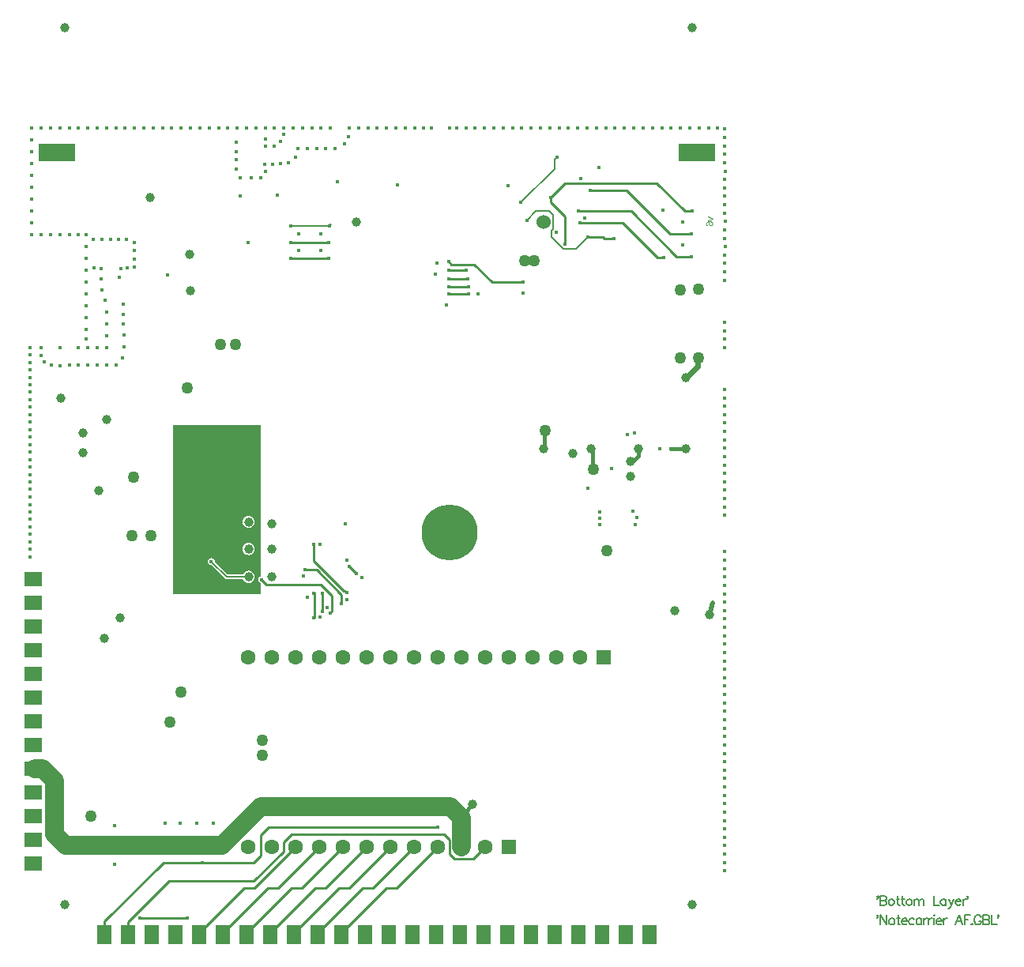
<source format=gbl>
G04*
G04 #@! TF.GenerationSoftware,Altium Limited,Altium Designer,20.2.4 (192)*
G04*
G04 Layer_Physical_Order=4*
G04 Layer_Color=16711680*
%FSLAX25Y25*%
%MOIN*%
G70*
G04*
G04 #@! TF.SameCoordinates,7296403A-AE54-4680-90C6-F2F837FCC291*
G04*
G04*
G04 #@! TF.FilePolarity,Positive*
G04*
G01*
G75*
%ADD10C,0.00787*%
%ADD11C,0.00591*%
%ADD39C,0.03937*%
%ADD128C,0.01968*%
%ADD131C,0.00984*%
%ADD132C,0.01968*%
%ADD133C,0.01575*%
%ADD135C,0.02362*%
%ADD136C,0.07874*%
%ADD146C,0.06299*%
%ADD147R,0.06299X0.06299*%
%ADD148C,0.06000*%
%ADD150C,0.23622*%
%ADD151R,0.07677X0.06299*%
%ADD152R,0.06299X0.07874*%
%ADD153C,0.01772*%
%ADD154C,0.05000*%
%ADD169C,0.01181*%
%ADD170C,0.00276*%
%ADD171R,0.15748X0.07638*%
G36*
X100347Y156160D02*
X99899Y155861D01*
X99572Y155373D01*
X99458Y154797D01*
X99572Y154221D01*
X99899Y153732D01*
X100347Y153433D01*
Y148622D01*
X63339D01*
Y220079D01*
X100347D01*
Y156160D01*
D02*
G37*
%LPC*%
G36*
X95351Y181715D02*
X94683Y181627D01*
X94060Y181369D01*
X93526Y180959D01*
X93116Y180424D01*
X92858Y179802D01*
X92770Y179134D01*
X92858Y178466D01*
X93116Y177843D01*
X93526Y177309D01*
X94060Y176899D01*
X94683Y176641D01*
X95351Y176553D01*
X96019Y176641D01*
X96642Y176899D01*
X97176Y177309D01*
X97586Y177843D01*
X97844Y178466D01*
X97932Y179134D01*
X97844Y179802D01*
X97586Y180424D01*
X97176Y180959D01*
X96642Y181369D01*
X96019Y181627D01*
X95351Y181715D01*
D02*
G37*
G36*
Y170285D02*
X94683Y170197D01*
X94060Y169939D01*
X93526Y169529D01*
X93116Y168994D01*
X92858Y168372D01*
X92770Y167704D01*
X92858Y167036D01*
X93116Y166413D01*
X93526Y165879D01*
X94060Y165469D01*
X94683Y165211D01*
X95351Y165123D01*
X96019Y165211D01*
X96642Y165469D01*
X97176Y165879D01*
X97586Y166413D01*
X97844Y167036D01*
X97932Y167704D01*
X97844Y168372D01*
X97586Y168994D01*
X97176Y169529D01*
X96642Y169939D01*
X96019Y170197D01*
X95351Y170285D01*
D02*
G37*
G36*
X79646Y163946D02*
X79070Y163832D01*
X78581Y163505D01*
X78255Y163017D01*
X78140Y162441D01*
X78255Y161865D01*
X78581Y161377D01*
X79070Y161050D01*
X79646Y160936D01*
X79836Y160974D01*
X85500Y155309D01*
X85793Y155113D01*
X86139Y155045D01*
X92955D01*
X93116Y154657D01*
X93526Y154123D01*
X94060Y153713D01*
X94683Y153455D01*
X95351Y153367D01*
X96019Y153455D01*
X96642Y153713D01*
X97176Y154123D01*
X97586Y154657D01*
X97844Y155280D01*
X97932Y155948D01*
X97844Y156616D01*
X97586Y157238D01*
X97176Y157773D01*
X96642Y158183D01*
X96019Y158441D01*
X95351Y158529D01*
X94683Y158441D01*
X94060Y158183D01*
X93526Y157773D01*
X93116Y157238D01*
X92955Y156851D01*
X86513D01*
X81113Y162251D01*
X81151Y162441D01*
X81036Y163017D01*
X80710Y163505D01*
X80222Y163832D01*
X79646Y163946D01*
D02*
G37*
%LPD*%
D10*
X233477Y294390D02*
X238481Y299393D01*
X113189Y303982D02*
X129528D01*
Y304724D01*
X210132Y313866D02*
X224403Y328137D01*
Y332074D02*
X225434Y333106D01*
X224403Y328137D02*
Y332074D01*
X216564Y310204D02*
X222239D01*
X223812Y302787D02*
Y308630D01*
X222239Y310204D02*
X223812Y308630D01*
X223145Y299254D02*
Y302120D01*
Y299254D02*
X228009Y294390D01*
X233477D01*
X223145Y302120D02*
X223812Y302787D01*
X212813Y306453D02*
X216564Y310204D01*
X129528Y304724D02*
X130270D01*
D11*
X86139Y155948D02*
X95351D01*
X79646Y162441D02*
X86139Y155948D01*
X360817Y20917D02*
X360630Y21104D01*
X360817Y21292D01*
X361005Y21104D01*
Y20729D01*
X360817Y20354D01*
X360630Y20167D01*
X361867Y21292D02*
Y17355D01*
Y21292D02*
X363554D01*
X364116Y21104D01*
X364304Y20917D01*
X364491Y20542D01*
Y20167D01*
X364304Y19792D01*
X364116Y19605D01*
X363554Y19417D01*
X361867D02*
X363554D01*
X364116Y19230D01*
X364304Y19042D01*
X364491Y18667D01*
Y18105D01*
X364304Y17730D01*
X364116Y17543D01*
X363554Y17355D01*
X361867D01*
X366309Y19979D02*
X365934Y19792D01*
X365560Y19417D01*
X365372Y18855D01*
Y18480D01*
X365560Y17918D01*
X365934Y17543D01*
X366309Y17355D01*
X366872D01*
X367246Y17543D01*
X367621Y17918D01*
X367809Y18480D01*
Y18855D01*
X367621Y19417D01*
X367246Y19792D01*
X366872Y19979D01*
X366309D01*
X369233Y21292D02*
Y18105D01*
X369421Y17543D01*
X369796Y17355D01*
X370170D01*
X368671Y19979D02*
X369983D01*
X371295Y21292D02*
Y18105D01*
X371482Y17543D01*
X371857Y17355D01*
X372232D01*
X370733Y19979D02*
X372045D01*
X373732D02*
X373357Y19792D01*
X372982Y19417D01*
X372795Y18855D01*
Y18480D01*
X372982Y17918D01*
X373357Y17543D01*
X373732Y17355D01*
X374294D01*
X374669Y17543D01*
X375044Y17918D01*
X375231Y18480D01*
Y18855D01*
X375044Y19417D01*
X374669Y19792D01*
X374294Y19979D01*
X373732D01*
X376093D02*
Y17355D01*
Y19230D02*
X376656Y19792D01*
X377031Y19979D01*
X377593D01*
X377968Y19792D01*
X378155Y19230D01*
Y17355D01*
Y19230D02*
X378717Y19792D01*
X379092Y19979D01*
X379655D01*
X380030Y19792D01*
X380217Y19230D01*
Y17355D01*
X384547Y21292D02*
Y17355D01*
X386796D01*
X389476Y19979D02*
Y17355D01*
Y19417D02*
X389102Y19792D01*
X388727Y19979D01*
X388164D01*
X387789Y19792D01*
X387415Y19417D01*
X387227Y18855D01*
Y18480D01*
X387415Y17918D01*
X387789Y17543D01*
X388164Y17355D01*
X388727D01*
X389102Y17543D01*
X389476Y17918D01*
X390714Y19979D02*
X391838Y17355D01*
X392963Y19979D02*
X391838Y17355D01*
X391463Y16606D01*
X391088Y16231D01*
X390714Y16043D01*
X390526D01*
X393619Y18855D02*
X395868D01*
Y19230D01*
X395680Y19605D01*
X395493Y19792D01*
X395118Y19979D01*
X394556D01*
X394181Y19792D01*
X393806Y19417D01*
X393619Y18855D01*
Y18480D01*
X393806Y17918D01*
X394181Y17543D01*
X394556Y17355D01*
X395118D01*
X395493Y17543D01*
X395868Y17918D01*
X396711Y19979D02*
Y17355D01*
Y18855D02*
X396899Y19417D01*
X397274Y19792D01*
X397649Y19979D01*
X398211D01*
X398755Y20917D02*
X398567Y21104D01*
X398755Y21292D01*
X398942Y21104D01*
Y20729D01*
X398755Y20354D01*
X398567Y20167D01*
X360719Y12813D02*
X360531Y13001D01*
X360719Y13188D01*
X360906Y13001D01*
Y12626D01*
X360719Y12251D01*
X360531Y12064D01*
X361769Y13188D02*
Y9252D01*
Y13188D02*
X364393Y9252D01*
Y13188D02*
Y9252D01*
X366417Y11876D02*
X366042Y11689D01*
X365667Y11314D01*
X365480Y10751D01*
Y10377D01*
X365667Y9814D01*
X366042Y9439D01*
X366417Y9252D01*
X366979D01*
X367354Y9439D01*
X367729Y9814D01*
X367916Y10377D01*
Y10751D01*
X367729Y11314D01*
X367354Y11689D01*
X366979Y11876D01*
X366417D01*
X369341Y13188D02*
Y10002D01*
X369529Y9439D01*
X369903Y9252D01*
X370278D01*
X368779Y11876D02*
X370091D01*
X370841Y10751D02*
X373090D01*
Y11126D01*
X372902Y11501D01*
X372715Y11689D01*
X372340Y11876D01*
X371778D01*
X371403Y11689D01*
X371028Y11314D01*
X370841Y10751D01*
Y10377D01*
X371028Y9814D01*
X371403Y9439D01*
X371778Y9252D01*
X372340D01*
X372715Y9439D01*
X373090Y9814D01*
X376182Y11314D02*
X375808Y11689D01*
X375433Y11876D01*
X374870D01*
X374496Y11689D01*
X374121Y11314D01*
X373933Y10751D01*
Y10377D01*
X374121Y9814D01*
X374496Y9439D01*
X374870Y9252D01*
X375433D01*
X375808Y9439D01*
X376182Y9814D01*
X379275Y11876D02*
Y9252D01*
Y11314D02*
X378900Y11689D01*
X378525Y11876D01*
X377963D01*
X377588Y11689D01*
X377213Y11314D01*
X377026Y10751D01*
Y10377D01*
X377213Y9814D01*
X377588Y9439D01*
X377963Y9252D01*
X378525D01*
X378900Y9439D01*
X379275Y9814D01*
X380325Y11876D02*
Y9252D01*
Y10751D02*
X380512Y11314D01*
X380887Y11689D01*
X381262Y11876D01*
X381824D01*
X382180D02*
Y9252D01*
Y10751D02*
X382368Y11314D01*
X382743Y11689D01*
X383118Y11876D01*
X383680D01*
X384411Y13188D02*
X384598Y13001D01*
X384786Y13188D01*
X384598Y13376D01*
X384411Y13188D01*
X384598Y11876D02*
Y9252D01*
X385479Y10751D02*
X387729D01*
Y11126D01*
X387541Y11501D01*
X387354Y11689D01*
X386979Y11876D01*
X386417D01*
X386042Y11689D01*
X385667Y11314D01*
X385479Y10751D01*
Y10377D01*
X385667Y9814D01*
X386042Y9439D01*
X386417Y9252D01*
X386979D01*
X387354Y9439D01*
X387729Y9814D01*
X388572Y11876D02*
Y9252D01*
Y10751D02*
X388759Y11314D01*
X389134Y11689D01*
X389509Y11876D01*
X390072D01*
X396519Y9252D02*
X395020Y13188D01*
X393520Y9252D01*
X394083Y10564D02*
X395957D01*
X397438Y13188D02*
Y9252D01*
Y13188D02*
X399874D01*
X397438Y11314D02*
X398937D01*
X400512Y9627D02*
X400324Y9439D01*
X400512Y9252D01*
X400699Y9439D01*
X400512Y9627D01*
X404373Y12251D02*
X404185Y12626D01*
X403811Y13001D01*
X403436Y13188D01*
X402686D01*
X402311Y13001D01*
X401936Y12626D01*
X401749Y12251D01*
X401561Y11689D01*
Y10751D01*
X401749Y10189D01*
X401936Y9814D01*
X402311Y9439D01*
X402686Y9252D01*
X403436D01*
X403811Y9439D01*
X404185Y9814D01*
X404373Y10189D01*
Y10751D01*
X403436D02*
X404373D01*
X405273Y13188D02*
Y9252D01*
Y13188D02*
X406959D01*
X407522Y13001D01*
X407709Y12813D01*
X407897Y12438D01*
Y12064D01*
X407709Y11689D01*
X407522Y11501D01*
X406959Y11314D01*
X405273D02*
X406959D01*
X407522Y11126D01*
X407709Y10939D01*
X407897Y10564D01*
Y10002D01*
X407709Y9627D01*
X407522Y9439D01*
X406959Y9252D01*
X405273D01*
X408778Y13188D02*
Y9252D01*
X411027D01*
X411645Y12813D02*
X411458Y13001D01*
X411645Y13188D01*
X411833Y13001D01*
Y12626D01*
X411645Y12251D01*
X411458Y12064D01*
D39*
X190000Y60000D02*
D03*
X220000Y210000D02*
D03*
X240000D02*
D03*
X290000Y140000D02*
D03*
X280000Y240000D02*
D03*
Y210000D02*
D03*
X260000D02*
D03*
X140938Y305731D02*
D03*
X17717Y387795D02*
D03*
X282480D02*
D03*
Y17717D02*
D03*
X17717D02*
D03*
X95351Y155948D02*
D03*
X32173Y192183D02*
D03*
X70499Y292121D02*
D03*
X70687Y276640D02*
D03*
X105127Y155948D02*
D03*
X105315Y167704D02*
D03*
Y178493D02*
D03*
X95351Y179134D02*
D03*
X35633Y222399D02*
D03*
X95351Y167704D02*
D03*
X41064Y138514D02*
D03*
X256496Y204528D02*
D03*
X256398Y198228D02*
D03*
X34626Y129984D02*
D03*
X275236Y141732D02*
D03*
X25648Y216572D02*
D03*
Y208357D02*
D03*
X232283Y208032D02*
D03*
X16142Y231496D02*
D03*
X53937Y316142D02*
D03*
D128*
X81102Y181102D02*
D03*
Y179134D02*
D03*
Y177165D02*
D03*
Y175197D02*
D03*
Y173228D02*
D03*
X79134Y179134D02*
D03*
Y181102D02*
D03*
X77165Y175197D02*
D03*
Y173228D02*
D03*
X79134Y177165D02*
D03*
Y175197D02*
D03*
Y173228D02*
D03*
X77165Y181102D02*
D03*
Y179134D02*
D03*
Y177165D02*
D03*
D131*
X123031Y138779D02*
Y148927D01*
X125823Y152798D02*
X130650Y147971D01*
X102962Y152798D02*
X125823D01*
X75787Y35433D02*
X97441D01*
X59547D02*
X75787D01*
X34626Y10512D02*
X59547Y35433D01*
X97441D02*
X100394Y38386D01*
Y46867D01*
X103723Y50197D01*
X177979Y47244D02*
X180073Y45150D01*
X113559Y47244D02*
X177979D01*
X103723Y50197D02*
X175236D01*
X110236Y43921D02*
X113559Y47244D01*
X61772Y27559D02*
X97652D01*
X110236Y40143D01*
Y43921D01*
X180073Y39014D02*
Y45150D01*
X182107Y36980D02*
X190217D01*
X180073Y39014D02*
X182107Y36980D01*
X44626Y10413D02*
X61772Y27559D01*
X93522Y24684D02*
X97920D01*
X74626Y5787D02*
X93522Y24684D01*
X44626Y5000D02*
Y10413D01*
X190217Y36980D02*
X195236Y42000D01*
X100963Y154797D02*
X102962Y152798D01*
X105236Y40750D02*
X105526D01*
X137899Y160450D02*
X140945Y157404D01*
X137702Y160450D02*
X137899D01*
X105526Y40750D02*
Y40920D01*
X117920Y24684D02*
X135236Y42000D01*
X94626Y5000D02*
Y5787D01*
X113522Y24684D01*
X117920D01*
X84626Y5000D02*
Y5787D01*
X103522Y24684D01*
X107920D01*
X125236Y42000D01*
X74626Y5000D02*
Y5787D01*
X97920Y24684D02*
X115236Y42000D01*
X134626Y5787D02*
X153522Y24684D01*
X157920D01*
X175236Y42000D01*
X134626Y5000D02*
Y5787D01*
X124626D02*
X143522Y24684D01*
X147920D01*
X165236Y42000D01*
X124626Y5000D02*
Y5787D01*
X114626Y5000D02*
Y5787D01*
X133522Y24684D01*
X137920D01*
X155236Y42000D01*
X123522Y24684D02*
X127920D01*
X104626Y5000D02*
Y5787D01*
X123522Y24684D01*
X127920D02*
X145236Y42000D01*
X34626Y5000D02*
Y10512D01*
X134656Y144542D02*
Y148355D01*
X124042Y158969D02*
X134656Y148355D01*
X119112Y158969D02*
X124042D01*
X135433Y150084D02*
X136047D01*
X122845Y162672D02*
Y169518D01*
X136661Y149470D02*
X136821D01*
X136047Y150084D02*
X136661Y149470D01*
X122845Y162672D02*
X135433Y150084D01*
X122845Y169518D02*
X122942Y169615D01*
X130650Y141626D02*
Y147971D01*
X129823Y140799D02*
X130650Y141626D01*
X129823Y140639D02*
Y140799D01*
X122937Y138685D02*
X123031Y138779D01*
X126516Y141348D02*
X126585Y141279D01*
X126516Y149044D02*
X126585Y149113D01*
X126516Y141348D02*
Y149044D01*
X49649Y12000D02*
X69665D01*
X222973Y316072D02*
X222980D01*
X228956Y322048D02*
X267658D01*
X222980Y316072D02*
X228956Y322048D01*
X267913Y290724D02*
X270592D01*
X235252Y305400D02*
X253238D01*
X267913Y290724D01*
X234572Y310189D02*
X256797D01*
X275868Y291118D01*
X282328D01*
X254763Y319056D02*
X273095Y300724D01*
X282172D02*
X282172Y300724D01*
X273095Y300724D02*
X282172D01*
X239365Y319056D02*
X254763D01*
X235204Y305449D02*
X235252Y305400D01*
X238481Y299393D02*
X244745D01*
X245579Y298559D01*
X267658Y322048D02*
X279375Y310331D01*
X282574D01*
X245579Y298559D02*
X249639D01*
X179766Y281681D02*
X187799D01*
X179718Y281633D02*
X179766Y281681D01*
X180982Y287648D02*
X190660D01*
X179715Y288914D02*
X180982Y287648D01*
X190660D02*
X198095Y280213D01*
X179718Y275319D02*
X179729Y275331D01*
X188147D02*
X188159Y275343D01*
X179729Y275331D02*
X188147D01*
X198095Y280213D02*
X211174D01*
X179678Y285188D02*
X187238D01*
X179718Y278469D02*
X188245D01*
X228784Y296260D02*
Y308052D01*
X222973Y313863D02*
Y316072D01*
Y313863D02*
X228784Y308052D01*
X113189Y290354D02*
X129277D01*
X113189Y296873D02*
X129277D01*
X113189Y296873D02*
X113189Y296873D01*
D132*
X290000Y140000D02*
X291071Y145176D01*
D133*
X186024Y56024D02*
X190000Y60000D01*
X185236Y46850D02*
X186024Y47638D01*
Y56024D01*
X256496Y204528D02*
X257382D01*
X260000Y207146D01*
Y210000D01*
X273491D02*
X280000D01*
X220236Y217284D02*
X220472Y217520D01*
X220000Y210000D02*
X220236Y210236D01*
Y217284D01*
X240452Y201913D02*
Y209548D01*
Y201913D02*
X240969Y201396D01*
X240000Y210000D02*
X240452Y209548D01*
D135*
X284732Y247730D02*
X285236Y248235D01*
X284732Y244731D02*
Y247730D01*
X280000Y240000D02*
X284732Y244731D01*
D136*
X18097Y42685D02*
X84147D01*
X100517Y59055D01*
X180511D01*
X185236Y54330D01*
Y42000D02*
Y54330D01*
X13484Y47297D02*
X18097Y42685D01*
X8509Y75000D02*
X13484Y70025D01*
Y47297D02*
Y70025D01*
X5020Y75000D02*
X8509D01*
D146*
X165236Y122000D02*
D03*
X175236D02*
D03*
X185236D02*
D03*
X195236D02*
D03*
X205236D02*
D03*
X215236D02*
D03*
X225236D02*
D03*
X235236D02*
D03*
X155236D02*
D03*
X145236D02*
D03*
X135236D02*
D03*
X125236D02*
D03*
X115236D02*
D03*
X105236D02*
D03*
X95236D02*
D03*
Y42000D02*
D03*
X105236D02*
D03*
X115236D02*
D03*
X195236D02*
D03*
X185236D02*
D03*
X175236D02*
D03*
X165236D02*
D03*
X155236D02*
D03*
X145236D02*
D03*
X135236D02*
D03*
X125236D02*
D03*
D147*
X245236Y122000D02*
D03*
X205236Y42000D02*
D03*
D148*
X219678Y305731D02*
D03*
D150*
X180308Y174826D02*
D03*
D151*
X4626Y145000D02*
D03*
Y155000D02*
D03*
Y135000D02*
D03*
Y75000D02*
D03*
Y65000D02*
D03*
Y35000D02*
D03*
Y45000D02*
D03*
Y55000D02*
D03*
Y125000D02*
D03*
Y115000D02*
D03*
Y95000D02*
D03*
Y85000D02*
D03*
Y105000D02*
D03*
D152*
X264626Y5000D02*
D03*
X254626D02*
D03*
X244626D02*
D03*
X234626D02*
D03*
X224626D02*
D03*
X144626D02*
D03*
X154626D02*
D03*
X164626D02*
D03*
X174626D02*
D03*
X184626D02*
D03*
X194626D02*
D03*
X204626D02*
D03*
X214626D02*
D03*
X64626D02*
D03*
X54626D02*
D03*
X34626D02*
D03*
X44626D02*
D03*
X134626D02*
D03*
X104626D02*
D03*
X94626D02*
D03*
X84626D02*
D03*
X74626D02*
D03*
X114626D02*
D03*
X124626D02*
D03*
D153*
X122845Y149113D02*
D03*
X248464Y201633D02*
D03*
X296260Y35433D02*
D03*
Y31890D02*
D03*
Y42520D02*
D03*
Y49606D02*
D03*
Y46063D02*
D03*
Y113386D02*
D03*
Y120472D02*
D03*
Y116929D02*
D03*
X75787Y35433D02*
D03*
X175236Y50197D02*
D03*
X73583Y52165D02*
D03*
X38803Y50937D02*
D03*
X100963Y154797D02*
D03*
X140945Y157404D02*
D03*
X137702Y160450D02*
D03*
X134656Y144542D02*
D03*
X119112Y158969D02*
D03*
X136821Y149470D02*
D03*
X122942Y169615D02*
D03*
X129823Y140639D02*
D03*
X66929Y185335D02*
D03*
X259274Y181008D02*
D03*
X132924Y322632D02*
D03*
X79646Y162441D02*
D03*
X88651Y185078D02*
D03*
X81123Y164957D02*
D03*
X77294D02*
D03*
X81850Y187270D02*
D03*
X77836Y189349D02*
D03*
X80433Y189370D02*
D03*
X79134Y187270D02*
D03*
X76417Y187346D02*
D03*
X81850Y167215D02*
D03*
X79134D02*
D03*
X76417D02*
D03*
X122937Y138685D02*
D03*
X120324Y147222D02*
D03*
X125347Y139063D02*
D03*
X268701Y210000D02*
D03*
X118587Y156377D02*
D03*
X126585Y141279D02*
D03*
X128657Y142845D02*
D03*
X136034Y178493D02*
D03*
X126585Y149113D02*
D03*
X136821Y146372D02*
D03*
X125408Y169588D02*
D03*
X258032Y216636D02*
D03*
X69665Y12000D02*
D03*
X49649D02*
D03*
X273491Y210000D02*
D03*
X296260Y81496D02*
D03*
Y85039D02*
D03*
Y77953D02*
D03*
X3179Y186502D02*
D03*
Y189651D02*
D03*
Y195950D02*
D03*
Y170754D02*
D03*
Y173903D02*
D03*
Y177053D02*
D03*
Y180202D02*
D03*
Y183352D02*
D03*
X3164Y205455D02*
D03*
Y208605D02*
D03*
Y211755D02*
D03*
Y214904D02*
D03*
Y192857D02*
D03*
Y199156D02*
D03*
Y202306D02*
D03*
X3179Y164454D02*
D03*
Y167604D02*
D03*
X60166Y52165D02*
D03*
X38803Y34835D02*
D03*
X293307Y345295D02*
D03*
X285433D02*
D03*
X281496D02*
D03*
X277559D02*
D03*
X273622D02*
D03*
X289370D02*
D03*
X253937D02*
D03*
X250000D02*
D03*
X246063D02*
D03*
X242126D02*
D03*
X269685D02*
D03*
X265748D02*
D03*
X261811D02*
D03*
X257874D02*
D03*
X296260Y334252D02*
D03*
Y341338D02*
D03*
Y337795D02*
D03*
Y344882D02*
D03*
Y284646D02*
D03*
Y291732D02*
D03*
Y288189D02*
D03*
Y298819D02*
D03*
X296654Y305906D02*
D03*
Y295276D02*
D03*
X296260Y302362D02*
D03*
Y312992D02*
D03*
Y309449D02*
D03*
X296654Y327165D02*
D03*
X296260Y330709D02*
D03*
Y320079D02*
D03*
Y323622D02*
D03*
Y316535D02*
D03*
Y235039D02*
D03*
Y256299D02*
D03*
Y252756D02*
D03*
Y263386D02*
D03*
Y259842D02*
D03*
Y281102D02*
D03*
X238481Y299393D02*
D03*
X270592Y290724D02*
D03*
X278582Y295921D02*
D03*
X237140Y307467D02*
D03*
X270087Y310763D02*
D03*
X278633Y305532D02*
D03*
X282574Y310331D02*
D03*
X282328Y291118D02*
D03*
X249639Y298559D02*
D03*
X282172Y300724D02*
D03*
X129528Y303982D02*
D03*
X113189D02*
D03*
X125880Y300810D02*
D03*
X204697Y320854D02*
D03*
X210132Y313866D02*
D03*
X143096Y155750D02*
D03*
X187799Y281681D02*
D03*
X179715Y288914D02*
D03*
X174838Y288209D02*
D03*
X136872Y162852D02*
D03*
X7874Y345295D02*
D03*
X3937D02*
D03*
X3937Y340295D02*
D03*
X258576Y177996D02*
D03*
X225015Y301346D02*
D03*
X296260Y217323D02*
D03*
Y224409D02*
D03*
Y220866D02*
D03*
Y231496D02*
D03*
Y227953D02*
D03*
Y38976D02*
D03*
Y56693D02*
D03*
Y53150D02*
D03*
Y63779D02*
D03*
Y67323D02*
D03*
Y60236D02*
D03*
Y74409D02*
D03*
Y70866D02*
D03*
Y88583D02*
D03*
Y95669D02*
D03*
Y99213D02*
D03*
Y92126D02*
D03*
Y106299D02*
D03*
Y102756D02*
D03*
Y109843D02*
D03*
Y127559D02*
D03*
Y131102D02*
D03*
Y124016D02*
D03*
X255228Y216059D02*
D03*
X80534Y52137D02*
D03*
X116431Y300810D02*
D03*
X116535Y293723D02*
D03*
X125984D02*
D03*
X239365Y319056D02*
D03*
X234572Y310189D02*
D03*
X178682Y270669D02*
D03*
X211174Y275590D02*
D03*
X192119Y275319D02*
D03*
X174059Y283689D02*
D03*
X188159Y275343D02*
D03*
X211174Y280213D02*
D03*
X179678Y285188D02*
D03*
X179718Y281633D02*
D03*
Y278469D02*
D03*
Y275319D02*
D03*
X188245Y278469D02*
D03*
X187238Y285188D02*
D03*
X235579Y324115D02*
D03*
X228784Y296260D02*
D03*
X107510Y316981D02*
D03*
X129277Y290354D02*
D03*
X113189D02*
D03*
X129277Y296873D02*
D03*
X113189Y296873D02*
D03*
X91959Y316558D02*
D03*
X66387Y52165D02*
D03*
X61024Y283455D02*
D03*
X235204Y305449D02*
D03*
X225434Y333106D02*
D03*
X95272Y296873D02*
D03*
X234252Y345295D02*
D03*
X180118D02*
D03*
X129921D02*
D03*
X82677D02*
D03*
X78740D02*
D03*
X296260Y210236D02*
D03*
Y213779D02*
D03*
Y203150D02*
D03*
Y196063D02*
D03*
Y155905D02*
D03*
Y162992D02*
D03*
X291071Y145176D02*
D03*
X243504Y180709D02*
D03*
X296260Y206693D02*
D03*
Y199606D02*
D03*
Y188976D02*
D03*
Y192520D02*
D03*
Y181890D02*
D03*
Y185433D02*
D03*
Y166535D02*
D03*
Y159449D02*
D03*
Y148819D02*
D03*
Y152362D02*
D03*
Y141732D02*
D03*
Y145276D02*
D03*
Y134646D02*
D03*
Y138189D02*
D03*
X257577Y183739D02*
D03*
X238386Y193307D02*
D03*
X243504Y183465D02*
D03*
Y177953D02*
D03*
X206693Y345295D02*
D03*
X210630D02*
D03*
X212813Y306453D02*
D03*
X214567Y345295D02*
D03*
X218504D02*
D03*
X222973Y316072D02*
D03*
X222441Y345295D02*
D03*
X226378D02*
D03*
X230315D02*
D03*
X238189D02*
D03*
X243110Y328760D02*
D03*
X3135Y252812D02*
D03*
X3150Y237008D02*
D03*
Y233858D02*
D03*
Y230709D02*
D03*
Y227559D02*
D03*
Y224409D02*
D03*
Y221260D02*
D03*
Y218110D02*
D03*
Y249606D02*
D03*
Y246457D02*
D03*
Y243307D02*
D03*
Y240158D02*
D03*
X3937Y335295D02*
D03*
Y330295D02*
D03*
Y325295D02*
D03*
Y320295D02*
D03*
Y315295D02*
D03*
Y310295D02*
D03*
Y305295D02*
D03*
Y300295D02*
D03*
X7777Y249458D02*
D03*
X7874Y300295D02*
D03*
Y252795D02*
D03*
X9213Y246740D02*
D03*
X11811Y345295D02*
D03*
Y300295D02*
D03*
X12308Y245281D02*
D03*
X15748Y345295D02*
D03*
Y300295D02*
D03*
Y252795D02*
D03*
X15976Y245126D02*
D03*
X19685Y345295D02*
D03*
Y300295D02*
D03*
Y245295D02*
D03*
X23622Y345295D02*
D03*
Y300295D02*
D03*
Y252795D02*
D03*
Y245295D02*
D03*
X26852Y300207D02*
D03*
Y295207D02*
D03*
Y290207D02*
D03*
Y285207D02*
D03*
Y280207D02*
D03*
Y275207D02*
D03*
Y270207D02*
D03*
Y265207D02*
D03*
Y260207D02*
D03*
X26861Y256243D02*
D03*
X27559Y345295D02*
D03*
Y252795D02*
D03*
Y245295D02*
D03*
X29921Y298425D02*
D03*
X30315Y286221D02*
D03*
X31496Y345295D02*
D03*
Y252795D02*
D03*
Y245295D02*
D03*
X33282Y286170D02*
D03*
Y281616D02*
D03*
X33465Y298425D02*
D03*
X33548Y277152D02*
D03*
X34874Y272688D02*
D03*
X35433Y345295D02*
D03*
Y267795D02*
D03*
Y262795D02*
D03*
Y257795D02*
D03*
Y252795D02*
D03*
Y245295D02*
D03*
X37008Y298425D02*
D03*
X39370Y345295D02*
D03*
Y245295D02*
D03*
X40551Y298425D02*
D03*
X40806Y282302D02*
D03*
X41460Y286170D02*
D03*
X42298Y248397D02*
D03*
X42608Y270985D02*
D03*
Y266764D02*
D03*
X42652Y262742D02*
D03*
X42718Y257857D02*
D03*
X42785Y253061D02*
D03*
X43307Y345295D02*
D03*
X43701Y298425D02*
D03*
X44094Y286221D02*
D03*
X47230Y286656D02*
D03*
X47244Y345295D02*
D03*
Y296850D02*
D03*
Y293701D02*
D03*
Y290158D02*
D03*
X51181Y345295D02*
D03*
X55118D02*
D03*
X59055D02*
D03*
X62992D02*
D03*
X66929D02*
D03*
X70866D02*
D03*
X74803D02*
D03*
X86614D02*
D03*
X90158Y339370D02*
D03*
Y335433D02*
D03*
Y331890D02*
D03*
Y327953D02*
D03*
X91732Y324409D02*
D03*
X90551Y345295D02*
D03*
X94488D02*
D03*
X96457Y324409D02*
D03*
X98425Y345295D02*
D03*
X100394Y324409D02*
D03*
X102299Y330105D02*
D03*
X102362Y340551D02*
D03*
Y337795D02*
D03*
Y327165D02*
D03*
X102362Y345295D02*
D03*
X105548Y330017D02*
D03*
X106299Y337795D02*
D03*
X106299Y345295D02*
D03*
X108885Y339697D02*
D03*
X108952Y330194D02*
D03*
X110236Y342795D02*
D03*
Y345295D02*
D03*
X112205Y330709D02*
D03*
X115117Y333133D02*
D03*
X114173Y345295D02*
D03*
X116142Y336614D02*
D03*
X118110Y345295D02*
D03*
X120079Y336614D02*
D03*
X122047Y345295D02*
D03*
X124016Y336614D02*
D03*
X125984Y345295D02*
D03*
X127953Y336614D02*
D03*
X131890D02*
D03*
X135827Y338583D02*
D03*
X137462Y341731D02*
D03*
X137795Y345295D02*
D03*
X141732D02*
D03*
X145669D02*
D03*
X149606D02*
D03*
X153543D02*
D03*
X157480D02*
D03*
X158299Y321391D02*
D03*
X161417Y345295D02*
D03*
X165354D02*
D03*
X169291D02*
D03*
X172483Y345331D02*
D03*
X183071Y345295D02*
D03*
X187008D02*
D03*
X190945D02*
D03*
X194882D02*
D03*
X198819D02*
D03*
X202756D02*
D03*
D154*
X62008Y94842D02*
D03*
X66929Y107283D02*
D03*
X69663Y235694D02*
D03*
X54171Y173223D02*
D03*
X46262Y173182D02*
D03*
X285236Y248235D02*
D03*
X277362D02*
D03*
Y277143D02*
D03*
X28952Y54968D02*
D03*
X285236Y277362D02*
D03*
X240969Y201396D02*
D03*
X220472Y217520D02*
D03*
X101047Y80709D02*
D03*
Y87083D02*
D03*
X89804Y253937D02*
D03*
X83499D02*
D03*
X211804Y289370D02*
D03*
X215741D02*
D03*
X46970Y198054D02*
D03*
X246496Y167000D02*
D03*
D169*
X122845Y149113D02*
X123031Y148927D01*
D170*
X289262Y307911D02*
X291099Y307124D01*
X289262Y306337D02*
X291099Y307124D01*
X288737Y304316D02*
X288475Y304448D01*
X288344Y304841D01*
Y305104D01*
X288475Y305497D01*
X288868Y305760D01*
X289524Y305891D01*
X290180D01*
X290705Y305760D01*
X290968Y305497D01*
X291099Y305104D01*
Y304972D01*
X290968Y304579D01*
X290705Y304316D01*
X290312Y304185D01*
X290180D01*
X289787Y304316D01*
X289524Y304579D01*
X289393Y304972D01*
Y305104D01*
X289524Y305497D01*
X289787Y305760D01*
X290180Y305891D01*
D171*
X284626Y335000D02*
D03*
X14626D02*
D03*
M02*

</source>
